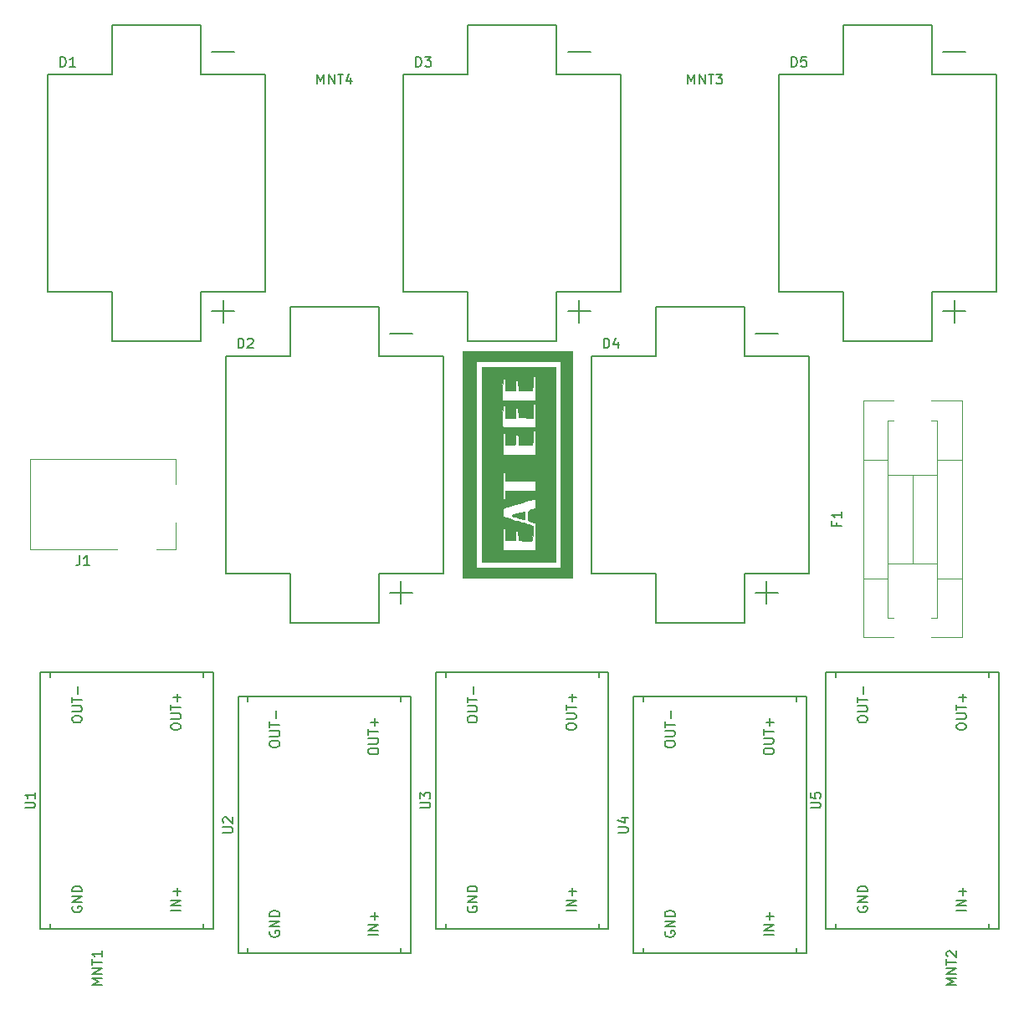
<source format=gbr>
G04 #@! TF.GenerationSoftware,KiCad,Pcbnew,(5.0.0)*
G04 #@! TF.CreationDate,2020-03-19T16:58:16-04:00*
G04 #@! TF.ProjectId,Grow_Lamp,47726F775F4C616D702E6B696361645F,rev?*
G04 #@! TF.SameCoordinates,Original*
G04 #@! TF.FileFunction,Legend,Top*
G04 #@! TF.FilePolarity,Positive*
%FSLAX46Y46*%
G04 Gerber Fmt 4.6, Leading zero omitted, Abs format (unit mm)*
G04 Created by KiCad (PCBNEW (5.0.0)) date 03/19/20 16:58:16*
%MOMM*%
%LPD*%
G01*
G04 APERTURE LIST*
%ADD10C,0.200000*%
%ADD11C,0.100000*%
%ADD12C,0.120000*%
%ADD13C,0.010000*%
%ADD14C,0.150000*%
G04 APERTURE END LIST*
D10*
G04 #@! TO.C,D1*
X107500000Y-88500000D02*
X107500000Y-83500000D01*
X99750000Y-88500000D02*
X107500000Y-88500000D01*
X98500000Y-88500000D02*
X99750000Y-88500000D01*
X98500000Y-84000000D02*
X98500000Y-88500000D01*
X98500000Y-83500000D02*
X98500000Y-84000000D01*
X93000000Y-83500000D02*
X98500000Y-83500000D01*
X92000000Y-83500000D02*
X93000000Y-83500000D01*
X92000000Y-62250000D02*
X92000000Y-83500000D01*
X92000000Y-61500000D02*
X92000000Y-62250000D01*
X98500000Y-61500000D02*
X92000000Y-61500000D01*
X98500000Y-57500000D02*
X98500000Y-61500000D01*
X98500000Y-56500000D02*
X98500000Y-57500000D01*
X107500000Y-56500000D02*
X98500000Y-56500000D01*
X107500000Y-61500000D02*
X107500000Y-56500000D01*
X114000000Y-61500000D02*
X107500000Y-61500000D01*
X114000000Y-83500000D02*
X114000000Y-61500000D01*
X107500000Y-83500000D02*
X114000000Y-83500000D01*
D11*
X106750000Y-88500000D02*
X107500000Y-88500000D01*
G04 #@! TO.C,D2*
X124750000Y-117000000D02*
X125500000Y-117000000D01*
D10*
X125500000Y-112000000D02*
X132000000Y-112000000D01*
X132000000Y-112000000D02*
X132000000Y-90000000D01*
X132000000Y-90000000D02*
X125500000Y-90000000D01*
X125500000Y-90000000D02*
X125500000Y-85000000D01*
X125500000Y-85000000D02*
X116500000Y-85000000D01*
X116500000Y-85000000D02*
X116500000Y-86000000D01*
X116500000Y-86000000D02*
X116500000Y-90000000D01*
X116500000Y-90000000D02*
X110000000Y-90000000D01*
X110000000Y-90000000D02*
X110000000Y-90750000D01*
X110000000Y-90750000D02*
X110000000Y-112000000D01*
X110000000Y-112000000D02*
X111000000Y-112000000D01*
X111000000Y-112000000D02*
X116500000Y-112000000D01*
X116500000Y-112000000D02*
X116500000Y-112500000D01*
X116500000Y-112500000D02*
X116500000Y-117000000D01*
X116500000Y-117000000D02*
X117750000Y-117000000D01*
X117750000Y-117000000D02*
X125500000Y-117000000D01*
X125500000Y-117000000D02*
X125500000Y-112000000D01*
G04 #@! TO.C,D3*
X143500000Y-88500000D02*
X143500000Y-83500000D01*
X135750000Y-88500000D02*
X143500000Y-88500000D01*
X134500000Y-88500000D02*
X135750000Y-88500000D01*
X134500000Y-84000000D02*
X134500000Y-88500000D01*
X134500000Y-83500000D02*
X134500000Y-84000000D01*
X129000000Y-83500000D02*
X134500000Y-83500000D01*
X128000000Y-83500000D02*
X129000000Y-83500000D01*
X128000000Y-62250000D02*
X128000000Y-83500000D01*
X128000000Y-61500000D02*
X128000000Y-62250000D01*
X134500000Y-61500000D02*
X128000000Y-61500000D01*
X134500000Y-57500000D02*
X134500000Y-61500000D01*
X134500000Y-56500000D02*
X134500000Y-57500000D01*
X143500000Y-56500000D02*
X134500000Y-56500000D01*
X143500000Y-61500000D02*
X143500000Y-56500000D01*
X150000000Y-61500000D02*
X143500000Y-61500000D01*
X150000000Y-83500000D02*
X150000000Y-61500000D01*
X143500000Y-83500000D02*
X150000000Y-83500000D01*
D11*
X142750000Y-88500000D02*
X143500000Y-88500000D01*
G04 #@! TO.C,D4*
X161750000Y-117000000D02*
X162500000Y-117000000D01*
D10*
X162500000Y-112000000D02*
X169000000Y-112000000D01*
X169000000Y-112000000D02*
X169000000Y-90000000D01*
X169000000Y-90000000D02*
X162500000Y-90000000D01*
X162500000Y-90000000D02*
X162500000Y-85000000D01*
X162500000Y-85000000D02*
X153500000Y-85000000D01*
X153500000Y-85000000D02*
X153500000Y-86000000D01*
X153500000Y-86000000D02*
X153500000Y-90000000D01*
X153500000Y-90000000D02*
X147000000Y-90000000D01*
X147000000Y-90000000D02*
X147000000Y-90750000D01*
X147000000Y-90750000D02*
X147000000Y-112000000D01*
X147000000Y-112000000D02*
X148000000Y-112000000D01*
X148000000Y-112000000D02*
X153500000Y-112000000D01*
X153500000Y-112000000D02*
X153500000Y-112500000D01*
X153500000Y-112500000D02*
X153500000Y-117000000D01*
X153500000Y-117000000D02*
X154750000Y-117000000D01*
X154750000Y-117000000D02*
X162500000Y-117000000D01*
X162500000Y-117000000D02*
X162500000Y-112000000D01*
G04 #@! TO.C,U1*
X107750000Y-122250000D02*
X107750000Y-122500000D01*
X92250000Y-122250000D02*
X92250000Y-122500000D01*
X92250000Y-148000000D02*
X92250000Y-147500000D01*
X107750000Y-148000000D02*
X107750000Y-147500000D01*
X107750000Y-122000000D02*
X107750000Y-122250000D01*
X91250000Y-135000000D02*
X91250000Y-148000000D01*
X91250000Y-148000000D02*
X100000000Y-148000000D01*
X108750000Y-135000000D02*
X108750000Y-148000000D01*
X100000000Y-148000000D02*
X108750000Y-148000000D01*
X108750000Y-122000000D02*
X108750000Y-135000000D01*
X100000000Y-122000000D02*
X108750000Y-122000000D01*
X92250000Y-122000000D02*
X92250000Y-122250000D01*
X91250000Y-122000000D02*
X100000000Y-122000000D01*
X91250000Y-122000000D02*
X91250000Y-135000000D01*
X91250000Y-135000000D02*
X91250000Y-134500000D01*
G04 #@! TO.C,U2*
X111250000Y-137500000D02*
X111250000Y-137000000D01*
X111250000Y-124500000D02*
X111250000Y-137500000D01*
X111250000Y-124500000D02*
X120000000Y-124500000D01*
X112250000Y-124500000D02*
X112250000Y-124750000D01*
X120000000Y-124500000D02*
X128750000Y-124500000D01*
X128750000Y-124500000D02*
X128750000Y-137500000D01*
X120000000Y-150500000D02*
X128750000Y-150500000D01*
X128750000Y-137500000D02*
X128750000Y-150500000D01*
X111250000Y-150500000D02*
X120000000Y-150500000D01*
X111250000Y-137500000D02*
X111250000Y-150500000D01*
X127750000Y-124500000D02*
X127750000Y-124750000D01*
X127750000Y-150500000D02*
X127750000Y-150000000D01*
X112250000Y-150500000D02*
X112250000Y-150000000D01*
X112250000Y-124750000D02*
X112250000Y-125000000D01*
X127750000Y-124750000D02*
X127750000Y-125000000D01*
G04 #@! TO.C,U3*
X147750000Y-122250000D02*
X147750000Y-122500000D01*
X132250000Y-122250000D02*
X132250000Y-122500000D01*
X132250000Y-148000000D02*
X132250000Y-147500000D01*
X147750000Y-148000000D02*
X147750000Y-147500000D01*
X147750000Y-122000000D02*
X147750000Y-122250000D01*
X131250000Y-135000000D02*
X131250000Y-148000000D01*
X131250000Y-148000000D02*
X140000000Y-148000000D01*
X148750000Y-135000000D02*
X148750000Y-148000000D01*
X140000000Y-148000000D02*
X148750000Y-148000000D01*
X148750000Y-122000000D02*
X148750000Y-135000000D01*
X140000000Y-122000000D02*
X148750000Y-122000000D01*
X132250000Y-122000000D02*
X132250000Y-122250000D01*
X131250000Y-122000000D02*
X140000000Y-122000000D01*
X131250000Y-122000000D02*
X131250000Y-135000000D01*
X131250000Y-135000000D02*
X131250000Y-134500000D01*
G04 #@! TO.C,U4*
X151250000Y-137500000D02*
X151250000Y-137000000D01*
X151250000Y-124500000D02*
X151250000Y-137500000D01*
X151250000Y-124500000D02*
X160000000Y-124500000D01*
X152250000Y-124500000D02*
X152250000Y-124750000D01*
X160000000Y-124500000D02*
X168750000Y-124500000D01*
X168750000Y-124500000D02*
X168750000Y-137500000D01*
X160000000Y-150500000D02*
X168750000Y-150500000D01*
X168750000Y-137500000D02*
X168750000Y-150500000D01*
X151250000Y-150500000D02*
X160000000Y-150500000D01*
X151250000Y-137500000D02*
X151250000Y-150500000D01*
X167750000Y-124500000D02*
X167750000Y-124750000D01*
X167750000Y-150500000D02*
X167750000Y-150000000D01*
X152250000Y-150500000D02*
X152250000Y-150000000D01*
X152250000Y-124750000D02*
X152250000Y-125000000D01*
X167750000Y-124750000D02*
X167750000Y-125000000D01*
G04 #@! TO.C,D5*
X181500000Y-88500000D02*
X181500000Y-83500000D01*
X173750000Y-88500000D02*
X181500000Y-88500000D01*
X172500000Y-88500000D02*
X173750000Y-88500000D01*
X172500000Y-84000000D02*
X172500000Y-88500000D01*
X172500000Y-83500000D02*
X172500000Y-84000000D01*
X167000000Y-83500000D02*
X172500000Y-83500000D01*
X166000000Y-83500000D02*
X167000000Y-83500000D01*
X166000000Y-62250000D02*
X166000000Y-83500000D01*
X166000000Y-61500000D02*
X166000000Y-62250000D01*
X172500000Y-61500000D02*
X166000000Y-61500000D01*
X172500000Y-57500000D02*
X172500000Y-61500000D01*
X172500000Y-56500000D02*
X172500000Y-57500000D01*
X181500000Y-56500000D02*
X172500000Y-56500000D01*
X181500000Y-61500000D02*
X181500000Y-56500000D01*
X188000000Y-61500000D02*
X181500000Y-61500000D01*
X188000000Y-83500000D02*
X188000000Y-61500000D01*
X181500000Y-83500000D02*
X188000000Y-83500000D01*
D11*
X180750000Y-88500000D02*
X181500000Y-88500000D01*
D12*
G04 #@! TO.C,F1*
X174500000Y-118500000D02*
X177600000Y-118500000D01*
X174500000Y-94500000D02*
X174500000Y-118500000D01*
X184500000Y-94500000D02*
X181400000Y-94500000D01*
X184500000Y-118500000D02*
X184500000Y-94500000D01*
X181400000Y-118500000D02*
X184500000Y-118500000D01*
X177600000Y-94500000D02*
X174500000Y-94500000D01*
X177000000Y-116500000D02*
X177600000Y-116500000D01*
X177000000Y-96500000D02*
X177000000Y-116500000D01*
X182000000Y-96500000D02*
X181400000Y-96500000D01*
X182000000Y-116500000D02*
X182000000Y-96500000D01*
X181400000Y-116500000D02*
X182000000Y-116500000D01*
X177600000Y-96500000D02*
X177000000Y-96500000D01*
X177000000Y-102000000D02*
X182000000Y-102000000D01*
X177000000Y-111000000D02*
X182000000Y-111000000D01*
X179500000Y-111000000D02*
X179500000Y-102000000D01*
X174500000Y-100500000D02*
X177000000Y-100500000D01*
X184500000Y-100500000D02*
X182000000Y-100500000D01*
X184500000Y-112500000D02*
X182000000Y-112500000D01*
X177000000Y-112500000D02*
X174500000Y-112500000D01*
G04 #@! TO.C,J1*
X104900000Y-100400000D02*
X104900000Y-103000000D01*
X90200000Y-100400000D02*
X104900000Y-100400000D01*
X104900000Y-109600000D02*
X103000000Y-109600000D01*
X104900000Y-106900000D02*
X104900000Y-109600000D01*
X90200000Y-109600000D02*
X90200000Y-100400000D01*
X99000000Y-109600000D02*
X90200000Y-109600000D01*
D10*
G04 #@! TO.C,U5*
X187250000Y-122250000D02*
X187250000Y-122500000D01*
X171750000Y-122250000D02*
X171750000Y-122500000D01*
X171750000Y-148000000D02*
X171750000Y-147500000D01*
X187250000Y-148000000D02*
X187250000Y-147500000D01*
X187250000Y-122000000D02*
X187250000Y-122250000D01*
X170750000Y-135000000D02*
X170750000Y-148000000D01*
X170750000Y-148000000D02*
X179500000Y-148000000D01*
X188250000Y-135000000D02*
X188250000Y-148000000D01*
X179500000Y-148000000D02*
X188250000Y-148000000D01*
X188250000Y-122000000D02*
X188250000Y-135000000D01*
X179500000Y-122000000D02*
X188250000Y-122000000D01*
X171750000Y-122000000D02*
X171750000Y-122250000D01*
X170750000Y-122000000D02*
X179500000Y-122000000D01*
X170750000Y-122000000D02*
X170750000Y-135000000D01*
X170750000Y-135000000D02*
X170750000Y-134500000D01*
D13*
G04 #@! TO.C,G\002A\002A\002A*
G36*
X138974224Y-106096614D02*
X139074693Y-106045907D01*
X139254371Y-105989481D01*
X139336129Y-105968013D01*
X139536023Y-105917344D01*
X139735465Y-105866795D01*
X139901486Y-105824722D01*
X139950645Y-105812266D01*
X140100163Y-105774834D01*
X140195621Y-105762072D01*
X140249102Y-105786030D01*
X140272690Y-105858755D01*
X140278470Y-105992295D01*
X140278387Y-106139034D01*
X140274616Y-106309056D01*
X140264494Y-106446341D01*
X140249805Y-106531575D01*
X140240489Y-106549232D01*
X140177142Y-106553231D01*
X140107344Y-106533867D01*
X140060776Y-106516306D01*
X139991942Y-106493184D01*
X139890581Y-106461374D01*
X139746430Y-106417748D01*
X139549230Y-106359180D01*
X139288719Y-106282542D01*
X139131290Y-106236404D01*
X139004200Y-106189664D01*
X138951285Y-106143800D01*
X138974224Y-106096614D01*
X138974224Y-106096614D01*
G37*
X138974224Y-106096614D02*
X139074693Y-106045907D01*
X139254371Y-105989481D01*
X139336129Y-105968013D01*
X139536023Y-105917344D01*
X139735465Y-105866795D01*
X139901486Y-105824722D01*
X139950645Y-105812266D01*
X140100163Y-105774834D01*
X140195621Y-105762072D01*
X140249102Y-105786030D01*
X140272690Y-105858755D01*
X140278470Y-105992295D01*
X140278387Y-106139034D01*
X140274616Y-106309056D01*
X140264494Y-106446341D01*
X140249805Y-106531575D01*
X140240489Y-106549232D01*
X140177142Y-106553231D01*
X140107344Y-106533867D01*
X140060776Y-106516306D01*
X139991942Y-106493184D01*
X139890581Y-106461374D01*
X139746430Y-106417748D01*
X139549230Y-106359180D01*
X139288719Y-106282542D01*
X139131290Y-106236404D01*
X139004200Y-106189664D01*
X138951285Y-106143800D01*
X138974224Y-106096614D01*
G36*
X135895008Y-99756749D02*
X135895516Y-98614011D01*
X135896363Y-97551433D01*
X135897547Y-96569146D01*
X135899068Y-95667280D01*
X135900926Y-94845965D01*
X135903120Y-94105333D01*
X135905650Y-93445513D01*
X135908514Y-92866636D01*
X135911713Y-92368833D01*
X135915246Y-91952233D01*
X135919112Y-91616967D01*
X135923311Y-91363166D01*
X135927842Y-91190960D01*
X135932704Y-91100480D01*
X135935806Y-91085473D01*
X136177037Y-91083954D01*
X136473309Y-91082831D01*
X136817700Y-91082081D01*
X137203286Y-91081685D01*
X137623144Y-91081620D01*
X138070352Y-91081866D01*
X138537987Y-91082403D01*
X139019124Y-91083208D01*
X139506842Y-91084260D01*
X139994217Y-91085540D01*
X140474327Y-91087025D01*
X140940247Y-91088695D01*
X141385056Y-91090528D01*
X141801829Y-91092503D01*
X142183645Y-91094600D01*
X142523579Y-91096797D01*
X142814710Y-91099073D01*
X143050113Y-91101408D01*
X143222867Y-91103780D01*
X143326047Y-91106167D01*
X143353799Y-91108041D01*
X143357770Y-91150809D01*
X143361525Y-91271192D01*
X143365066Y-91464869D01*
X143368391Y-91727521D01*
X143371501Y-92054828D01*
X143374397Y-92442468D01*
X143377077Y-92886122D01*
X143379543Y-93381469D01*
X143381793Y-93924190D01*
X143383828Y-94509964D01*
X143385649Y-95134471D01*
X143387254Y-95793390D01*
X143388644Y-96482401D01*
X143389819Y-97197185D01*
X143390779Y-97933420D01*
X143391525Y-98686787D01*
X143392055Y-99452965D01*
X143392370Y-100227634D01*
X143392470Y-101006474D01*
X143392355Y-101785165D01*
X143392025Y-102559386D01*
X143391480Y-103324817D01*
X143390720Y-104077138D01*
X143389745Y-104812029D01*
X143388555Y-105525169D01*
X143387150Y-106212238D01*
X143385530Y-106868916D01*
X143383694Y-107490882D01*
X143381644Y-108073817D01*
X143379379Y-108613400D01*
X143376899Y-109105312D01*
X143374204Y-109545230D01*
X143371293Y-109928837D01*
X143368168Y-110251810D01*
X143364828Y-110509830D01*
X143361272Y-110698577D01*
X143357502Y-110813731D01*
X143353799Y-110850993D01*
X143310137Y-110853378D01*
X143191463Y-110855764D01*
X143004699Y-110858130D01*
X142756769Y-110860453D01*
X142454595Y-110862715D01*
X142105101Y-110864892D01*
X141715210Y-110866965D01*
X141384516Y-110868485D01*
X141384516Y-109686071D01*
X141384516Y-106909296D01*
X141271855Y-106868531D01*
X141170872Y-106834793D01*
X141027261Y-106790067D01*
X140913387Y-106756148D01*
X140779418Y-106711465D01*
X140678561Y-106667390D01*
X140637482Y-106638314D01*
X140620134Y-106570852D01*
X140609433Y-106446028D01*
X140604970Y-106284335D01*
X140606337Y-106106269D01*
X140613126Y-105932322D01*
X140624928Y-105782988D01*
X140641334Y-105678762D01*
X140657339Y-105641751D01*
X140746694Y-105598493D01*
X140914748Y-105543457D01*
X141159226Y-105477370D01*
X141210403Y-105464548D01*
X141384516Y-105421359D01*
X141384516Y-104954226D01*
X141381538Y-104766850D01*
X141373450Y-104611216D01*
X141361526Y-104504612D01*
X141348519Y-104464847D01*
X141296377Y-104466392D01*
X141184261Y-104488232D01*
X141030458Y-104526389D01*
X140908116Y-104560583D01*
X140702625Y-104619897D01*
X140451562Y-104691413D01*
X140188366Y-104765650D01*
X139971129Y-104826293D01*
X139757654Y-104885541D01*
X139557863Y-104941054D01*
X139392684Y-104987012D01*
X139283044Y-105017597D01*
X139274677Y-105019940D01*
X139026824Y-105089258D01*
X138837247Y-105141923D01*
X138685390Y-105183618D01*
X138557742Y-105218134D01*
X138396369Y-105266152D01*
X138226292Y-105323479D01*
X138189032Y-105337195D01*
X138004677Y-105406779D01*
X138004677Y-104502742D01*
X138291452Y-104502742D01*
X138311935Y-104093065D01*
X138332419Y-103683388D01*
X139807258Y-103673883D01*
X140148341Y-103671674D01*
X140464374Y-103669606D01*
X140745786Y-103667744D01*
X140983009Y-103666151D01*
X141166475Y-103664892D01*
X141286613Y-103664031D01*
X141333306Y-103663641D01*
X141356051Y-103640614D01*
X141371522Y-103566151D01*
X141380641Y-103431022D01*
X141384330Y-103226001D01*
X141384516Y-103151306D01*
X141384516Y-102639707D01*
X141384516Y-94486130D01*
X141384516Y-92064087D01*
X141077258Y-92089517D01*
X141056774Y-92785968D01*
X141036290Y-93482420D01*
X139643387Y-93482420D01*
X139602419Y-92499194D01*
X139315645Y-92499194D01*
X139274677Y-93482420D01*
X138332419Y-93482420D01*
X138311935Y-92888388D01*
X138291452Y-92294355D01*
X138004677Y-92294355D01*
X137993766Y-93390242D01*
X137982855Y-94486130D01*
X141384516Y-94486130D01*
X141384516Y-102639707D01*
X140338290Y-102632344D01*
X140338290Y-100009663D01*
X140639587Y-100009428D01*
X140898035Y-100008217D01*
X141104594Y-100006080D01*
X141250221Y-100003067D01*
X141325874Y-99999225D01*
X141333859Y-99997818D01*
X141349322Y-99974722D01*
X141361177Y-99913863D01*
X141369671Y-99807907D01*
X141375050Y-99649521D01*
X141377561Y-99431371D01*
X141377450Y-99146125D01*
X141374966Y-98786448D01*
X141374895Y-98778548D01*
X141364032Y-97579194D01*
X141077258Y-97579194D01*
X141065987Y-98273864D01*
X141060262Y-98504125D01*
X141051497Y-98704798D01*
X141040603Y-98861989D01*
X141028492Y-98961804D01*
X141018942Y-98990799D01*
X140967792Y-98997084D01*
X140849298Y-99000186D01*
X140677988Y-99000069D01*
X140468394Y-98996696D01*
X140313277Y-98992581D01*
X139684355Y-98973350D01*
X139684355Y-97232431D01*
X140041445Y-97232413D01*
X140373311Y-97232362D01*
X140670926Y-97232282D01*
X140925261Y-97232176D01*
X141127287Y-97232049D01*
X141267977Y-97231904D01*
X141338301Y-97231746D01*
X141344167Y-97231700D01*
X141357509Y-97190661D01*
X141367422Y-97068711D01*
X141373882Y-96866801D01*
X141376864Y-96585884D01*
X141376344Y-96226913D01*
X141374893Y-96032662D01*
X141364032Y-94834355D01*
X141077258Y-94834355D01*
X141066045Y-95542012D01*
X141054831Y-96249669D01*
X139643387Y-96227259D01*
X139602419Y-95244033D01*
X139315645Y-95244033D01*
X139304142Y-95745888D01*
X139292639Y-96247742D01*
X138314126Y-96247742D01*
X138291452Y-95039194D01*
X138004677Y-95039194D01*
X137993766Y-96135081D01*
X137991577Y-96510525D01*
X137993228Y-96808777D01*
X137998686Y-97028738D01*
X138007922Y-97169306D01*
X138020904Y-97229382D01*
X138024492Y-97231700D01*
X138073390Y-97231861D01*
X138195195Y-97232009D01*
X138380877Y-97232142D01*
X138621409Y-97232254D01*
X138907760Y-97232342D01*
X139230904Y-97232402D01*
X139581809Y-97232430D01*
X139684355Y-97232431D01*
X139684355Y-98973350D01*
X139643387Y-98972097D01*
X139631849Y-98491182D01*
X139626322Y-98286497D01*
X139619244Y-98149184D01*
X139607363Y-98064693D01*
X139587427Y-98018478D01*
X139556187Y-97995990D01*
X139518656Y-97984752D01*
X139431217Y-97972916D01*
X139369517Y-97995300D01*
X139329329Y-98062156D01*
X139306423Y-98183732D01*
X139296570Y-98370278D01*
X139295161Y-98526468D01*
X139291710Y-98733870D01*
X139281962Y-98887177D01*
X139266830Y-98975985D01*
X139254193Y-98994220D01*
X139197909Y-98994915D01*
X139079422Y-98995464D01*
X138918466Y-98995794D01*
X138803548Y-98995859D01*
X138625904Y-98995703D01*
X138478235Y-98995284D01*
X138380274Y-98994673D01*
X138352903Y-98994220D01*
X138335817Y-98953875D01*
X138322908Y-98839726D01*
X138314755Y-98659828D01*
X138311935Y-98424049D01*
X138309679Y-98172321D01*
X138300587Y-97991766D01*
X138281176Y-97871689D01*
X138247963Y-97801397D01*
X138197465Y-97770195D01*
X138126198Y-97767389D01*
X138099110Y-97770646D01*
X138004677Y-97784033D01*
X138004677Y-99996291D01*
X139643319Y-100007012D01*
X140003187Y-100008874D01*
X140338290Y-100009663D01*
X140338290Y-102632344D01*
X139858468Y-102628967D01*
X138332419Y-102618226D01*
X138311935Y-102208549D01*
X138291452Y-101798871D01*
X138004677Y-101798871D01*
X138004677Y-104502742D01*
X138004677Y-105406779D01*
X138004677Y-106257527D01*
X138168548Y-106308093D01*
X138285313Y-106343683D01*
X138449982Y-106393326D01*
X138631903Y-106447791D01*
X138680645Y-106462316D01*
X138857108Y-106514986D01*
X139083447Y-106582746D01*
X139331091Y-106657034D01*
X139571468Y-106729286D01*
X139581935Y-106732437D01*
X139885689Y-106823791D01*
X140128994Y-106896772D01*
X140329827Y-106956737D01*
X140506164Y-107009040D01*
X140675981Y-107059037D01*
X140807695Y-107097604D01*
X141070713Y-107174482D01*
X141060930Y-107907483D01*
X141056124Y-108145077D01*
X141048796Y-108354146D01*
X141039678Y-108520964D01*
X141029501Y-108631803D01*
X141020137Y-108672259D01*
X140970660Y-108682251D01*
X140853648Y-108689567D01*
X140683470Y-108693789D01*
X140474497Y-108694501D01*
X140316257Y-108692743D01*
X139643387Y-108681452D01*
X139602419Y-107698226D01*
X139315645Y-107698226D01*
X139274677Y-108681452D01*
X138332419Y-108681452D01*
X138311935Y-108087420D01*
X138291452Y-107493388D01*
X138004677Y-107493388D01*
X138004677Y-109664678D01*
X139694597Y-109675374D01*
X141384516Y-109686071D01*
X141384516Y-110868485D01*
X141291845Y-110868911D01*
X140841929Y-110870711D01*
X140372385Y-110872343D01*
X139890135Y-110873786D01*
X139402104Y-110875018D01*
X138915213Y-110876020D01*
X138436387Y-110876769D01*
X137972548Y-110877245D01*
X137530618Y-110877426D01*
X137117522Y-110877292D01*
X136740183Y-110876822D01*
X136405522Y-110875994D01*
X136120464Y-110874788D01*
X135935806Y-110873560D01*
X135930743Y-110832572D01*
X135926011Y-110709779D01*
X135921611Y-110505313D01*
X135917544Y-110219303D01*
X135913810Y-109851879D01*
X135910409Y-109403173D01*
X135907342Y-108873315D01*
X135904610Y-108262435D01*
X135902213Y-107570664D01*
X135900152Y-106798132D01*
X135898427Y-105944969D01*
X135897039Y-105011307D01*
X135895988Y-103997274D01*
X135895275Y-102903003D01*
X135894901Y-101728623D01*
X135894839Y-100979517D01*
X135895008Y-99756749D01*
X135895008Y-99756749D01*
G37*
X135895008Y-99756749D02*
X135895516Y-98614011D01*
X135896363Y-97551433D01*
X135897547Y-96569146D01*
X135899068Y-95667280D01*
X135900926Y-94845965D01*
X135903120Y-94105333D01*
X135905650Y-93445513D01*
X135908514Y-92866636D01*
X135911713Y-92368833D01*
X135915246Y-91952233D01*
X135919112Y-91616967D01*
X135923311Y-91363166D01*
X135927842Y-91190960D01*
X135932704Y-91100480D01*
X135935806Y-91085473D01*
X136177037Y-91083954D01*
X136473309Y-91082831D01*
X136817700Y-91082081D01*
X137203286Y-91081685D01*
X137623144Y-91081620D01*
X138070352Y-91081866D01*
X138537987Y-91082403D01*
X139019124Y-91083208D01*
X139506842Y-91084260D01*
X139994217Y-91085540D01*
X140474327Y-91087025D01*
X140940247Y-91088695D01*
X141385056Y-91090528D01*
X141801829Y-91092503D01*
X142183645Y-91094600D01*
X142523579Y-91096797D01*
X142814710Y-91099073D01*
X143050113Y-91101408D01*
X143222867Y-91103780D01*
X143326047Y-91106167D01*
X143353799Y-91108041D01*
X143357770Y-91150809D01*
X143361525Y-91271192D01*
X143365066Y-91464869D01*
X143368391Y-91727521D01*
X143371501Y-92054828D01*
X143374397Y-92442468D01*
X143377077Y-92886122D01*
X143379543Y-93381469D01*
X143381793Y-93924190D01*
X143383828Y-94509964D01*
X143385649Y-95134471D01*
X143387254Y-95793390D01*
X143388644Y-96482401D01*
X143389819Y-97197185D01*
X143390779Y-97933420D01*
X143391525Y-98686787D01*
X143392055Y-99452965D01*
X143392370Y-100227634D01*
X143392470Y-101006474D01*
X143392355Y-101785165D01*
X143392025Y-102559386D01*
X143391480Y-103324817D01*
X143390720Y-104077138D01*
X143389745Y-104812029D01*
X143388555Y-105525169D01*
X143387150Y-106212238D01*
X143385530Y-106868916D01*
X143383694Y-107490882D01*
X143381644Y-108073817D01*
X143379379Y-108613400D01*
X143376899Y-109105312D01*
X143374204Y-109545230D01*
X143371293Y-109928837D01*
X143368168Y-110251810D01*
X143364828Y-110509830D01*
X143361272Y-110698577D01*
X143357502Y-110813731D01*
X143353799Y-110850993D01*
X143310137Y-110853378D01*
X143191463Y-110855764D01*
X143004699Y-110858130D01*
X142756769Y-110860453D01*
X142454595Y-110862715D01*
X142105101Y-110864892D01*
X141715210Y-110866965D01*
X141384516Y-110868485D01*
X141384516Y-109686071D01*
X141384516Y-106909296D01*
X141271855Y-106868531D01*
X141170872Y-106834793D01*
X141027261Y-106790067D01*
X140913387Y-106756148D01*
X140779418Y-106711465D01*
X140678561Y-106667390D01*
X140637482Y-106638314D01*
X140620134Y-106570852D01*
X140609433Y-106446028D01*
X140604970Y-106284335D01*
X140606337Y-106106269D01*
X140613126Y-105932322D01*
X140624928Y-105782988D01*
X140641334Y-105678762D01*
X140657339Y-105641751D01*
X140746694Y-105598493D01*
X140914748Y-105543457D01*
X141159226Y-105477370D01*
X141210403Y-105464548D01*
X141384516Y-105421359D01*
X141384516Y-104954226D01*
X141381538Y-104766850D01*
X141373450Y-104611216D01*
X141361526Y-104504612D01*
X141348519Y-104464847D01*
X141296377Y-104466392D01*
X141184261Y-104488232D01*
X141030458Y-104526389D01*
X140908116Y-104560583D01*
X140702625Y-104619897D01*
X140451562Y-104691413D01*
X140188366Y-104765650D01*
X139971129Y-104826293D01*
X139757654Y-104885541D01*
X139557863Y-104941054D01*
X139392684Y-104987012D01*
X139283044Y-105017597D01*
X139274677Y-105019940D01*
X139026824Y-105089258D01*
X138837247Y-105141923D01*
X138685390Y-105183618D01*
X138557742Y-105218134D01*
X138396369Y-105266152D01*
X138226292Y-105323479D01*
X138189032Y-105337195D01*
X138004677Y-105406779D01*
X138004677Y-104502742D01*
X138291452Y-104502742D01*
X138311935Y-104093065D01*
X138332419Y-103683388D01*
X139807258Y-103673883D01*
X140148341Y-103671674D01*
X140464374Y-103669606D01*
X140745786Y-103667744D01*
X140983009Y-103666151D01*
X141166475Y-103664892D01*
X141286613Y-103664031D01*
X141333306Y-103663641D01*
X141356051Y-103640614D01*
X141371522Y-103566151D01*
X141380641Y-103431022D01*
X141384330Y-103226001D01*
X141384516Y-103151306D01*
X141384516Y-102639707D01*
X141384516Y-94486130D01*
X141384516Y-92064087D01*
X141077258Y-92089517D01*
X141056774Y-92785968D01*
X141036290Y-93482420D01*
X139643387Y-93482420D01*
X139602419Y-92499194D01*
X139315645Y-92499194D01*
X139274677Y-93482420D01*
X138332419Y-93482420D01*
X138311935Y-92888388D01*
X138291452Y-92294355D01*
X138004677Y-92294355D01*
X137993766Y-93390242D01*
X137982855Y-94486130D01*
X141384516Y-94486130D01*
X141384516Y-102639707D01*
X140338290Y-102632344D01*
X140338290Y-100009663D01*
X140639587Y-100009428D01*
X140898035Y-100008217D01*
X141104594Y-100006080D01*
X141250221Y-100003067D01*
X141325874Y-99999225D01*
X141333859Y-99997818D01*
X141349322Y-99974722D01*
X141361177Y-99913863D01*
X141369671Y-99807907D01*
X141375050Y-99649521D01*
X141377561Y-99431371D01*
X141377450Y-99146125D01*
X141374966Y-98786448D01*
X141374895Y-98778548D01*
X141364032Y-97579194D01*
X141077258Y-97579194D01*
X141065987Y-98273864D01*
X141060262Y-98504125D01*
X141051497Y-98704798D01*
X141040603Y-98861989D01*
X141028492Y-98961804D01*
X141018942Y-98990799D01*
X140967792Y-98997084D01*
X140849298Y-99000186D01*
X140677988Y-99000069D01*
X140468394Y-98996696D01*
X140313277Y-98992581D01*
X139684355Y-98973350D01*
X139684355Y-97232431D01*
X140041445Y-97232413D01*
X140373311Y-97232362D01*
X140670926Y-97232282D01*
X140925261Y-97232176D01*
X141127287Y-97232049D01*
X141267977Y-97231904D01*
X141338301Y-97231746D01*
X141344167Y-97231700D01*
X141357509Y-97190661D01*
X141367422Y-97068711D01*
X141373882Y-96866801D01*
X141376864Y-96585884D01*
X141376344Y-96226913D01*
X141374893Y-96032662D01*
X141364032Y-94834355D01*
X141077258Y-94834355D01*
X141066045Y-95542012D01*
X141054831Y-96249669D01*
X139643387Y-96227259D01*
X139602419Y-95244033D01*
X139315645Y-95244033D01*
X139304142Y-95745888D01*
X139292639Y-96247742D01*
X138314126Y-96247742D01*
X138291452Y-95039194D01*
X138004677Y-95039194D01*
X137993766Y-96135081D01*
X137991577Y-96510525D01*
X137993228Y-96808777D01*
X137998686Y-97028738D01*
X138007922Y-97169306D01*
X138020904Y-97229382D01*
X138024492Y-97231700D01*
X138073390Y-97231861D01*
X138195195Y-97232009D01*
X138380877Y-97232142D01*
X138621409Y-97232254D01*
X138907760Y-97232342D01*
X139230904Y-97232402D01*
X139581809Y-97232430D01*
X139684355Y-97232431D01*
X139684355Y-98973350D01*
X139643387Y-98972097D01*
X139631849Y-98491182D01*
X139626322Y-98286497D01*
X139619244Y-98149184D01*
X139607363Y-98064693D01*
X139587427Y-98018478D01*
X139556187Y-97995990D01*
X139518656Y-97984752D01*
X139431217Y-97972916D01*
X139369517Y-97995300D01*
X139329329Y-98062156D01*
X139306423Y-98183732D01*
X139296570Y-98370278D01*
X139295161Y-98526468D01*
X139291710Y-98733870D01*
X139281962Y-98887177D01*
X139266830Y-98975985D01*
X139254193Y-98994220D01*
X139197909Y-98994915D01*
X139079422Y-98995464D01*
X138918466Y-98995794D01*
X138803548Y-98995859D01*
X138625904Y-98995703D01*
X138478235Y-98995284D01*
X138380274Y-98994673D01*
X138352903Y-98994220D01*
X138335817Y-98953875D01*
X138322908Y-98839726D01*
X138314755Y-98659828D01*
X138311935Y-98424049D01*
X138309679Y-98172321D01*
X138300587Y-97991766D01*
X138281176Y-97871689D01*
X138247963Y-97801397D01*
X138197465Y-97770195D01*
X138126198Y-97767389D01*
X138099110Y-97770646D01*
X138004677Y-97784033D01*
X138004677Y-99996291D01*
X139643319Y-100007012D01*
X140003187Y-100008874D01*
X140338290Y-100009663D01*
X140338290Y-102632344D01*
X139858468Y-102628967D01*
X138332419Y-102618226D01*
X138311935Y-102208549D01*
X138291452Y-101798871D01*
X138004677Y-101798871D01*
X138004677Y-104502742D01*
X138004677Y-105406779D01*
X138004677Y-106257527D01*
X138168548Y-106308093D01*
X138285313Y-106343683D01*
X138449982Y-106393326D01*
X138631903Y-106447791D01*
X138680645Y-106462316D01*
X138857108Y-106514986D01*
X139083447Y-106582746D01*
X139331091Y-106657034D01*
X139571468Y-106729286D01*
X139581935Y-106732437D01*
X139885689Y-106823791D01*
X140128994Y-106896772D01*
X140329827Y-106956737D01*
X140506164Y-107009040D01*
X140675981Y-107059037D01*
X140807695Y-107097604D01*
X141070713Y-107174482D01*
X141060930Y-107907483D01*
X141056124Y-108145077D01*
X141048796Y-108354146D01*
X141039678Y-108520964D01*
X141029501Y-108631803D01*
X141020137Y-108672259D01*
X140970660Y-108682251D01*
X140853648Y-108689567D01*
X140683470Y-108693789D01*
X140474497Y-108694501D01*
X140316257Y-108692743D01*
X139643387Y-108681452D01*
X139602419Y-107698226D01*
X139315645Y-107698226D01*
X139274677Y-108681452D01*
X138332419Y-108681452D01*
X138311935Y-108087420D01*
X138291452Y-107493388D01*
X138004677Y-107493388D01*
X138004677Y-109664678D01*
X139694597Y-109675374D01*
X141384516Y-109686071D01*
X141384516Y-110868485D01*
X141291845Y-110868911D01*
X140841929Y-110870711D01*
X140372385Y-110872343D01*
X139890135Y-110873786D01*
X139402104Y-110875018D01*
X138915213Y-110876020D01*
X138436387Y-110876769D01*
X137972548Y-110877245D01*
X137530618Y-110877426D01*
X137117522Y-110877292D01*
X136740183Y-110876822D01*
X136405522Y-110875994D01*
X136120464Y-110874788D01*
X135935806Y-110873560D01*
X135930743Y-110832572D01*
X135926011Y-110709779D01*
X135921611Y-110505313D01*
X135917544Y-110219303D01*
X135913810Y-109851879D01*
X135910409Y-109403173D01*
X135907342Y-108873315D01*
X135904610Y-108262435D01*
X135902213Y-107570664D01*
X135900152Y-106798132D01*
X135898427Y-105944969D01*
X135897039Y-105011307D01*
X135895988Y-103997274D01*
X135895275Y-102903003D01*
X135894901Y-101728623D01*
X135894839Y-100979517D01*
X135895008Y-99756749D01*
G36*
X145030645Y-89529033D02*
X145030645Y-112430000D01*
X141756070Y-112430000D01*
X141756070Y-111439478D01*
X142215358Y-111439162D01*
X142629989Y-111438479D01*
X142994487Y-111437440D01*
X143303372Y-111436058D01*
X143551166Y-111434344D01*
X143732390Y-111432308D01*
X143841566Y-111429964D01*
X143873386Y-111427860D01*
X143878927Y-111411419D01*
X143884048Y-111364785D01*
X143888758Y-111285414D01*
X143893068Y-111170762D01*
X143896988Y-111018282D01*
X143900527Y-110825432D01*
X143903695Y-110589666D01*
X143906503Y-110308440D01*
X143908960Y-109979210D01*
X143911077Y-109599431D01*
X143912863Y-109166557D01*
X143914328Y-108678046D01*
X143915483Y-108131352D01*
X143916337Y-107523930D01*
X143916899Y-106853237D01*
X143917182Y-106116727D01*
X143917193Y-105311856D01*
X143916943Y-104436080D01*
X143916443Y-103486854D01*
X143915701Y-102461633D01*
X143914729Y-101357873D01*
X143914353Y-100970530D01*
X143904032Y-90532742D01*
X135341774Y-90532742D01*
X135341774Y-111426291D01*
X139581935Y-111436847D01*
X140165060Y-111438112D01*
X140725443Y-111438965D01*
X141257606Y-111439416D01*
X141756070Y-111439478D01*
X141756070Y-112430000D01*
X134010323Y-112430000D01*
X134010323Y-89529033D01*
X145030645Y-89529033D01*
X145030645Y-89529033D01*
G37*
X145030645Y-89529033D02*
X145030645Y-112430000D01*
X141756070Y-112430000D01*
X141756070Y-111439478D01*
X142215358Y-111439162D01*
X142629989Y-111438479D01*
X142994487Y-111437440D01*
X143303372Y-111436058D01*
X143551166Y-111434344D01*
X143732390Y-111432308D01*
X143841566Y-111429964D01*
X143873386Y-111427860D01*
X143878927Y-111411419D01*
X143884048Y-111364785D01*
X143888758Y-111285414D01*
X143893068Y-111170762D01*
X143896988Y-111018282D01*
X143900527Y-110825432D01*
X143903695Y-110589666D01*
X143906503Y-110308440D01*
X143908960Y-109979210D01*
X143911077Y-109599431D01*
X143912863Y-109166557D01*
X143914328Y-108678046D01*
X143915483Y-108131352D01*
X143916337Y-107523930D01*
X143916899Y-106853237D01*
X143917182Y-106116727D01*
X143917193Y-105311856D01*
X143916943Y-104436080D01*
X143916443Y-103486854D01*
X143915701Y-102461633D01*
X143914729Y-101357873D01*
X143914353Y-100970530D01*
X143904032Y-90532742D01*
X135341774Y-90532742D01*
X135341774Y-111426291D01*
X139581935Y-111436847D01*
X140165060Y-111438112D01*
X140725443Y-111438965D01*
X141257606Y-111439416D01*
X141756070Y-111439478D01*
X141756070Y-112430000D01*
X134010323Y-112430000D01*
X134010323Y-89529033D01*
X145030645Y-89529033D01*
G04 #@! TO.C,D1*
D14*
X93261904Y-60702380D02*
X93261904Y-59702380D01*
X93500000Y-59702380D01*
X93642857Y-59750000D01*
X93738095Y-59845238D01*
X93785714Y-59940476D01*
X93833333Y-60130952D01*
X93833333Y-60273809D01*
X93785714Y-60464285D01*
X93738095Y-60559523D01*
X93642857Y-60654761D01*
X93500000Y-60702380D01*
X93261904Y-60702380D01*
X94785714Y-60702380D02*
X94214285Y-60702380D01*
X94500000Y-60702380D02*
X94500000Y-59702380D01*
X94404761Y-59845238D01*
X94309523Y-59940476D01*
X94214285Y-59988095D01*
X108607142Y-59214285D02*
X110892857Y-59214285D01*
X108607142Y-85464285D02*
X110892857Y-85464285D01*
X109750000Y-86607142D02*
X109750000Y-84321428D01*
G04 #@! TO.C,D2*
X111261904Y-89202380D02*
X111261904Y-88202380D01*
X111500000Y-88202380D01*
X111642857Y-88250000D01*
X111738095Y-88345238D01*
X111785714Y-88440476D01*
X111833333Y-88630952D01*
X111833333Y-88773809D01*
X111785714Y-88964285D01*
X111738095Y-89059523D01*
X111642857Y-89154761D01*
X111500000Y-89202380D01*
X111261904Y-89202380D01*
X112214285Y-88297619D02*
X112261904Y-88250000D01*
X112357142Y-88202380D01*
X112595238Y-88202380D01*
X112690476Y-88250000D01*
X112738095Y-88297619D01*
X112785714Y-88392857D01*
X112785714Y-88488095D01*
X112738095Y-88630952D01*
X112166666Y-89202380D01*
X112785714Y-89202380D01*
X126607142Y-113964285D02*
X128892857Y-113964285D01*
X127750000Y-115107142D02*
X127750000Y-112821428D01*
X126607142Y-87714285D02*
X128892857Y-87714285D01*
G04 #@! TO.C,D3*
X129261904Y-60702380D02*
X129261904Y-59702380D01*
X129500000Y-59702380D01*
X129642857Y-59750000D01*
X129738095Y-59845238D01*
X129785714Y-59940476D01*
X129833333Y-60130952D01*
X129833333Y-60273809D01*
X129785714Y-60464285D01*
X129738095Y-60559523D01*
X129642857Y-60654761D01*
X129500000Y-60702380D01*
X129261904Y-60702380D01*
X130166666Y-59702380D02*
X130785714Y-59702380D01*
X130452380Y-60083333D01*
X130595238Y-60083333D01*
X130690476Y-60130952D01*
X130738095Y-60178571D01*
X130785714Y-60273809D01*
X130785714Y-60511904D01*
X130738095Y-60607142D01*
X130690476Y-60654761D01*
X130595238Y-60702380D01*
X130309523Y-60702380D01*
X130214285Y-60654761D01*
X130166666Y-60607142D01*
X144607142Y-59214285D02*
X146892857Y-59214285D01*
X144607142Y-85464285D02*
X146892857Y-85464285D01*
X145750000Y-86607142D02*
X145750000Y-84321428D01*
G04 #@! TO.C,D4*
X148261904Y-89202380D02*
X148261904Y-88202380D01*
X148500000Y-88202380D01*
X148642857Y-88250000D01*
X148738095Y-88345238D01*
X148785714Y-88440476D01*
X148833333Y-88630952D01*
X148833333Y-88773809D01*
X148785714Y-88964285D01*
X148738095Y-89059523D01*
X148642857Y-89154761D01*
X148500000Y-89202380D01*
X148261904Y-89202380D01*
X149690476Y-88535714D02*
X149690476Y-89202380D01*
X149452380Y-88154761D02*
X149214285Y-88869047D01*
X149833333Y-88869047D01*
X163607142Y-113964285D02*
X165892857Y-113964285D01*
X164750000Y-115107142D02*
X164750000Y-112821428D01*
X163607142Y-87714285D02*
X165892857Y-87714285D01*
G04 #@! TO.C,U1*
X89702380Y-135761904D02*
X90511904Y-135761904D01*
X90607142Y-135714285D01*
X90654761Y-135666666D01*
X90702380Y-135571428D01*
X90702380Y-135380952D01*
X90654761Y-135285714D01*
X90607142Y-135238095D01*
X90511904Y-135190476D01*
X89702380Y-135190476D01*
X90702380Y-134190476D02*
X90702380Y-134761904D01*
X90702380Y-134476190D02*
X89702380Y-134476190D01*
X89845238Y-134571428D01*
X89940476Y-134666666D01*
X89988095Y-134761904D01*
X104452380Y-127619047D02*
X104452380Y-127428571D01*
X104500000Y-127333333D01*
X104595238Y-127238095D01*
X104785714Y-127190476D01*
X105119047Y-127190476D01*
X105309523Y-127238095D01*
X105404761Y-127333333D01*
X105452380Y-127428571D01*
X105452380Y-127619047D01*
X105404761Y-127714285D01*
X105309523Y-127809523D01*
X105119047Y-127857142D01*
X104785714Y-127857142D01*
X104595238Y-127809523D01*
X104500000Y-127714285D01*
X104452380Y-127619047D01*
X104452380Y-126761904D02*
X105261904Y-126761904D01*
X105357142Y-126714285D01*
X105404761Y-126666666D01*
X105452380Y-126571428D01*
X105452380Y-126380952D01*
X105404761Y-126285714D01*
X105357142Y-126238095D01*
X105261904Y-126190476D01*
X104452380Y-126190476D01*
X104452380Y-125857142D02*
X104452380Y-125285714D01*
X105452380Y-125571428D02*
X104452380Y-125571428D01*
X105071428Y-124952380D02*
X105071428Y-124190476D01*
X105452380Y-124571428D02*
X104690476Y-124571428D01*
X94452380Y-126869047D02*
X94452380Y-126678571D01*
X94500000Y-126583333D01*
X94595238Y-126488095D01*
X94785714Y-126440476D01*
X95119047Y-126440476D01*
X95309523Y-126488095D01*
X95404761Y-126583333D01*
X95452380Y-126678571D01*
X95452380Y-126869047D01*
X95404761Y-126964285D01*
X95309523Y-127059523D01*
X95119047Y-127107142D01*
X94785714Y-127107142D01*
X94595238Y-127059523D01*
X94500000Y-126964285D01*
X94452380Y-126869047D01*
X94452380Y-126011904D02*
X95261904Y-126011904D01*
X95357142Y-125964285D01*
X95404761Y-125916666D01*
X95452380Y-125821428D01*
X95452380Y-125630952D01*
X95404761Y-125535714D01*
X95357142Y-125488095D01*
X95261904Y-125440476D01*
X94452380Y-125440476D01*
X94452380Y-125107142D02*
X94452380Y-124535714D01*
X95452380Y-124821428D02*
X94452380Y-124821428D01*
X95071428Y-124202380D02*
X95071428Y-123440476D01*
X94500000Y-145761904D02*
X94452380Y-145857142D01*
X94452380Y-146000000D01*
X94500000Y-146142857D01*
X94595238Y-146238095D01*
X94690476Y-146285714D01*
X94880952Y-146333333D01*
X95023809Y-146333333D01*
X95214285Y-146285714D01*
X95309523Y-146238095D01*
X95404761Y-146142857D01*
X95452380Y-146000000D01*
X95452380Y-145904761D01*
X95404761Y-145761904D01*
X95357142Y-145714285D01*
X95023809Y-145714285D01*
X95023809Y-145904761D01*
X95452380Y-145285714D02*
X94452380Y-145285714D01*
X95452380Y-144714285D01*
X94452380Y-144714285D01*
X95452380Y-144238095D02*
X94452380Y-144238095D01*
X94452380Y-144000000D01*
X94500000Y-143857142D01*
X94595238Y-143761904D01*
X94690476Y-143714285D01*
X94880952Y-143666666D01*
X95023809Y-143666666D01*
X95214285Y-143714285D01*
X95309523Y-143761904D01*
X95404761Y-143857142D01*
X95452380Y-144000000D01*
X95452380Y-144238095D01*
X105452380Y-146142857D02*
X104452380Y-146142857D01*
X105452380Y-145666666D02*
X104452380Y-145666666D01*
X105452380Y-145095238D01*
X104452380Y-145095238D01*
X105071428Y-144619047D02*
X105071428Y-143857142D01*
X105452380Y-144238095D02*
X104690476Y-144238095D01*
G04 #@! TO.C,U2*
X109702380Y-138261904D02*
X110511904Y-138261904D01*
X110607142Y-138214285D01*
X110654761Y-138166666D01*
X110702380Y-138071428D01*
X110702380Y-137880952D01*
X110654761Y-137785714D01*
X110607142Y-137738095D01*
X110511904Y-137690476D01*
X109702380Y-137690476D01*
X109797619Y-137261904D02*
X109750000Y-137214285D01*
X109702380Y-137119047D01*
X109702380Y-136880952D01*
X109750000Y-136785714D01*
X109797619Y-136738095D01*
X109892857Y-136690476D01*
X109988095Y-136690476D01*
X110130952Y-136738095D01*
X110702380Y-137309523D01*
X110702380Y-136690476D01*
X125452380Y-148642857D02*
X124452380Y-148642857D01*
X125452380Y-148166666D02*
X124452380Y-148166666D01*
X125452380Y-147595238D01*
X124452380Y-147595238D01*
X125071428Y-147119047D02*
X125071428Y-146357142D01*
X125452380Y-146738095D02*
X124690476Y-146738095D01*
X114500000Y-148261904D02*
X114452380Y-148357142D01*
X114452380Y-148500000D01*
X114500000Y-148642857D01*
X114595238Y-148738095D01*
X114690476Y-148785714D01*
X114880952Y-148833333D01*
X115023809Y-148833333D01*
X115214285Y-148785714D01*
X115309523Y-148738095D01*
X115404761Y-148642857D01*
X115452380Y-148500000D01*
X115452380Y-148404761D01*
X115404761Y-148261904D01*
X115357142Y-148214285D01*
X115023809Y-148214285D01*
X115023809Y-148404761D01*
X115452380Y-147785714D02*
X114452380Y-147785714D01*
X115452380Y-147214285D01*
X114452380Y-147214285D01*
X115452380Y-146738095D02*
X114452380Y-146738095D01*
X114452380Y-146500000D01*
X114500000Y-146357142D01*
X114595238Y-146261904D01*
X114690476Y-146214285D01*
X114880952Y-146166666D01*
X115023809Y-146166666D01*
X115214285Y-146214285D01*
X115309523Y-146261904D01*
X115404761Y-146357142D01*
X115452380Y-146500000D01*
X115452380Y-146738095D01*
X114452380Y-129369047D02*
X114452380Y-129178571D01*
X114500000Y-129083333D01*
X114595238Y-128988095D01*
X114785714Y-128940476D01*
X115119047Y-128940476D01*
X115309523Y-128988095D01*
X115404761Y-129083333D01*
X115452380Y-129178571D01*
X115452380Y-129369047D01*
X115404761Y-129464285D01*
X115309523Y-129559523D01*
X115119047Y-129607142D01*
X114785714Y-129607142D01*
X114595238Y-129559523D01*
X114500000Y-129464285D01*
X114452380Y-129369047D01*
X114452380Y-128511904D02*
X115261904Y-128511904D01*
X115357142Y-128464285D01*
X115404761Y-128416666D01*
X115452380Y-128321428D01*
X115452380Y-128130952D01*
X115404761Y-128035714D01*
X115357142Y-127988095D01*
X115261904Y-127940476D01*
X114452380Y-127940476D01*
X114452380Y-127607142D02*
X114452380Y-127035714D01*
X115452380Y-127321428D02*
X114452380Y-127321428D01*
X115071428Y-126702380D02*
X115071428Y-125940476D01*
X124452380Y-130119047D02*
X124452380Y-129928571D01*
X124500000Y-129833333D01*
X124595238Y-129738095D01*
X124785714Y-129690476D01*
X125119047Y-129690476D01*
X125309523Y-129738095D01*
X125404761Y-129833333D01*
X125452380Y-129928571D01*
X125452380Y-130119047D01*
X125404761Y-130214285D01*
X125309523Y-130309523D01*
X125119047Y-130357142D01*
X124785714Y-130357142D01*
X124595238Y-130309523D01*
X124500000Y-130214285D01*
X124452380Y-130119047D01*
X124452380Y-129261904D02*
X125261904Y-129261904D01*
X125357142Y-129214285D01*
X125404761Y-129166666D01*
X125452380Y-129071428D01*
X125452380Y-128880952D01*
X125404761Y-128785714D01*
X125357142Y-128738095D01*
X125261904Y-128690476D01*
X124452380Y-128690476D01*
X124452380Y-128357142D02*
X124452380Y-127785714D01*
X125452380Y-128071428D02*
X124452380Y-128071428D01*
X125071428Y-127452380D02*
X125071428Y-126690476D01*
X125452380Y-127071428D02*
X124690476Y-127071428D01*
G04 #@! TO.C,U3*
X129702380Y-135761904D02*
X130511904Y-135761904D01*
X130607142Y-135714285D01*
X130654761Y-135666666D01*
X130702380Y-135571428D01*
X130702380Y-135380952D01*
X130654761Y-135285714D01*
X130607142Y-135238095D01*
X130511904Y-135190476D01*
X129702380Y-135190476D01*
X129702380Y-134809523D02*
X129702380Y-134190476D01*
X130083333Y-134523809D01*
X130083333Y-134380952D01*
X130130952Y-134285714D01*
X130178571Y-134238095D01*
X130273809Y-134190476D01*
X130511904Y-134190476D01*
X130607142Y-134238095D01*
X130654761Y-134285714D01*
X130702380Y-134380952D01*
X130702380Y-134666666D01*
X130654761Y-134761904D01*
X130607142Y-134809523D01*
X144452380Y-127619047D02*
X144452380Y-127428571D01*
X144500000Y-127333333D01*
X144595238Y-127238095D01*
X144785714Y-127190476D01*
X145119047Y-127190476D01*
X145309523Y-127238095D01*
X145404761Y-127333333D01*
X145452380Y-127428571D01*
X145452380Y-127619047D01*
X145404761Y-127714285D01*
X145309523Y-127809523D01*
X145119047Y-127857142D01*
X144785714Y-127857142D01*
X144595238Y-127809523D01*
X144500000Y-127714285D01*
X144452380Y-127619047D01*
X144452380Y-126761904D02*
X145261904Y-126761904D01*
X145357142Y-126714285D01*
X145404761Y-126666666D01*
X145452380Y-126571428D01*
X145452380Y-126380952D01*
X145404761Y-126285714D01*
X145357142Y-126238095D01*
X145261904Y-126190476D01*
X144452380Y-126190476D01*
X144452380Y-125857142D02*
X144452380Y-125285714D01*
X145452380Y-125571428D02*
X144452380Y-125571428D01*
X145071428Y-124952380D02*
X145071428Y-124190476D01*
X145452380Y-124571428D02*
X144690476Y-124571428D01*
X134452380Y-126869047D02*
X134452380Y-126678571D01*
X134500000Y-126583333D01*
X134595238Y-126488095D01*
X134785714Y-126440476D01*
X135119047Y-126440476D01*
X135309523Y-126488095D01*
X135404761Y-126583333D01*
X135452380Y-126678571D01*
X135452380Y-126869047D01*
X135404761Y-126964285D01*
X135309523Y-127059523D01*
X135119047Y-127107142D01*
X134785714Y-127107142D01*
X134595238Y-127059523D01*
X134500000Y-126964285D01*
X134452380Y-126869047D01*
X134452380Y-126011904D02*
X135261904Y-126011904D01*
X135357142Y-125964285D01*
X135404761Y-125916666D01*
X135452380Y-125821428D01*
X135452380Y-125630952D01*
X135404761Y-125535714D01*
X135357142Y-125488095D01*
X135261904Y-125440476D01*
X134452380Y-125440476D01*
X134452380Y-125107142D02*
X134452380Y-124535714D01*
X135452380Y-124821428D02*
X134452380Y-124821428D01*
X135071428Y-124202380D02*
X135071428Y-123440476D01*
X134500000Y-145761904D02*
X134452380Y-145857142D01*
X134452380Y-146000000D01*
X134500000Y-146142857D01*
X134595238Y-146238095D01*
X134690476Y-146285714D01*
X134880952Y-146333333D01*
X135023809Y-146333333D01*
X135214285Y-146285714D01*
X135309523Y-146238095D01*
X135404761Y-146142857D01*
X135452380Y-146000000D01*
X135452380Y-145904761D01*
X135404761Y-145761904D01*
X135357142Y-145714285D01*
X135023809Y-145714285D01*
X135023809Y-145904761D01*
X135452380Y-145285714D02*
X134452380Y-145285714D01*
X135452380Y-144714285D01*
X134452380Y-144714285D01*
X135452380Y-144238095D02*
X134452380Y-144238095D01*
X134452380Y-144000000D01*
X134500000Y-143857142D01*
X134595238Y-143761904D01*
X134690476Y-143714285D01*
X134880952Y-143666666D01*
X135023809Y-143666666D01*
X135214285Y-143714285D01*
X135309523Y-143761904D01*
X135404761Y-143857142D01*
X135452380Y-144000000D01*
X135452380Y-144238095D01*
X145452380Y-146142857D02*
X144452380Y-146142857D01*
X145452380Y-145666666D02*
X144452380Y-145666666D01*
X145452380Y-145095238D01*
X144452380Y-145095238D01*
X145071428Y-144619047D02*
X145071428Y-143857142D01*
X145452380Y-144238095D02*
X144690476Y-144238095D01*
G04 #@! TO.C,U4*
X149702380Y-138261904D02*
X150511904Y-138261904D01*
X150607142Y-138214285D01*
X150654761Y-138166666D01*
X150702380Y-138071428D01*
X150702380Y-137880952D01*
X150654761Y-137785714D01*
X150607142Y-137738095D01*
X150511904Y-137690476D01*
X149702380Y-137690476D01*
X150035714Y-136785714D02*
X150702380Y-136785714D01*
X149654761Y-137023809D02*
X150369047Y-137261904D01*
X150369047Y-136642857D01*
X165452380Y-148642857D02*
X164452380Y-148642857D01*
X165452380Y-148166666D02*
X164452380Y-148166666D01*
X165452380Y-147595238D01*
X164452380Y-147595238D01*
X165071428Y-147119047D02*
X165071428Y-146357142D01*
X165452380Y-146738095D02*
X164690476Y-146738095D01*
X154500000Y-148261904D02*
X154452380Y-148357142D01*
X154452380Y-148500000D01*
X154500000Y-148642857D01*
X154595238Y-148738095D01*
X154690476Y-148785714D01*
X154880952Y-148833333D01*
X155023809Y-148833333D01*
X155214285Y-148785714D01*
X155309523Y-148738095D01*
X155404761Y-148642857D01*
X155452380Y-148500000D01*
X155452380Y-148404761D01*
X155404761Y-148261904D01*
X155357142Y-148214285D01*
X155023809Y-148214285D01*
X155023809Y-148404761D01*
X155452380Y-147785714D02*
X154452380Y-147785714D01*
X155452380Y-147214285D01*
X154452380Y-147214285D01*
X155452380Y-146738095D02*
X154452380Y-146738095D01*
X154452380Y-146500000D01*
X154500000Y-146357142D01*
X154595238Y-146261904D01*
X154690476Y-146214285D01*
X154880952Y-146166666D01*
X155023809Y-146166666D01*
X155214285Y-146214285D01*
X155309523Y-146261904D01*
X155404761Y-146357142D01*
X155452380Y-146500000D01*
X155452380Y-146738095D01*
X154452380Y-129369047D02*
X154452380Y-129178571D01*
X154500000Y-129083333D01*
X154595238Y-128988095D01*
X154785714Y-128940476D01*
X155119047Y-128940476D01*
X155309523Y-128988095D01*
X155404761Y-129083333D01*
X155452380Y-129178571D01*
X155452380Y-129369047D01*
X155404761Y-129464285D01*
X155309523Y-129559523D01*
X155119047Y-129607142D01*
X154785714Y-129607142D01*
X154595238Y-129559523D01*
X154500000Y-129464285D01*
X154452380Y-129369047D01*
X154452380Y-128511904D02*
X155261904Y-128511904D01*
X155357142Y-128464285D01*
X155404761Y-128416666D01*
X155452380Y-128321428D01*
X155452380Y-128130952D01*
X155404761Y-128035714D01*
X155357142Y-127988095D01*
X155261904Y-127940476D01*
X154452380Y-127940476D01*
X154452380Y-127607142D02*
X154452380Y-127035714D01*
X155452380Y-127321428D02*
X154452380Y-127321428D01*
X155071428Y-126702380D02*
X155071428Y-125940476D01*
X164452380Y-130119047D02*
X164452380Y-129928571D01*
X164500000Y-129833333D01*
X164595238Y-129738095D01*
X164785714Y-129690476D01*
X165119047Y-129690476D01*
X165309523Y-129738095D01*
X165404761Y-129833333D01*
X165452380Y-129928571D01*
X165452380Y-130119047D01*
X165404761Y-130214285D01*
X165309523Y-130309523D01*
X165119047Y-130357142D01*
X164785714Y-130357142D01*
X164595238Y-130309523D01*
X164500000Y-130214285D01*
X164452380Y-130119047D01*
X164452380Y-129261904D02*
X165261904Y-129261904D01*
X165357142Y-129214285D01*
X165404761Y-129166666D01*
X165452380Y-129071428D01*
X165452380Y-128880952D01*
X165404761Y-128785714D01*
X165357142Y-128738095D01*
X165261904Y-128690476D01*
X164452380Y-128690476D01*
X164452380Y-128357142D02*
X164452380Y-127785714D01*
X165452380Y-128071428D02*
X164452380Y-128071428D01*
X165071428Y-127452380D02*
X165071428Y-126690476D01*
X165452380Y-127071428D02*
X164690476Y-127071428D01*
G04 #@! TO.C,D5*
X167261904Y-60702380D02*
X167261904Y-59702380D01*
X167500000Y-59702380D01*
X167642857Y-59750000D01*
X167738095Y-59845238D01*
X167785714Y-59940476D01*
X167833333Y-60130952D01*
X167833333Y-60273809D01*
X167785714Y-60464285D01*
X167738095Y-60559523D01*
X167642857Y-60654761D01*
X167500000Y-60702380D01*
X167261904Y-60702380D01*
X168738095Y-59702380D02*
X168261904Y-59702380D01*
X168214285Y-60178571D01*
X168261904Y-60130952D01*
X168357142Y-60083333D01*
X168595238Y-60083333D01*
X168690476Y-60130952D01*
X168738095Y-60178571D01*
X168785714Y-60273809D01*
X168785714Y-60511904D01*
X168738095Y-60607142D01*
X168690476Y-60654761D01*
X168595238Y-60702380D01*
X168357142Y-60702380D01*
X168261904Y-60654761D01*
X168214285Y-60607142D01*
X182607142Y-59214285D02*
X184892857Y-59214285D01*
X182607142Y-85464285D02*
X184892857Y-85464285D01*
X183750000Y-86607142D02*
X183750000Y-84321428D01*
G04 #@! TO.C,F1*
X171808571Y-106833333D02*
X171808571Y-107166666D01*
X172332380Y-107166666D02*
X171332380Y-107166666D01*
X171332380Y-106690476D01*
X172332380Y-105785714D02*
X172332380Y-106357142D01*
X172332380Y-106071428D02*
X171332380Y-106071428D01*
X171475238Y-106166666D01*
X171570476Y-106261904D01*
X171618095Y-106357142D01*
G04 #@! TO.C,J1*
X95216666Y-110202380D02*
X95216666Y-110916666D01*
X95169047Y-111059523D01*
X95073809Y-111154761D01*
X94930952Y-111202380D01*
X94835714Y-111202380D01*
X96216666Y-111202380D02*
X95645238Y-111202380D01*
X95930952Y-111202380D02*
X95930952Y-110202380D01*
X95835714Y-110345238D01*
X95740476Y-110440476D01*
X95645238Y-110488095D01*
G04 #@! TO.C,U5*
X169202380Y-135761904D02*
X170011904Y-135761904D01*
X170107142Y-135714285D01*
X170154761Y-135666666D01*
X170202380Y-135571428D01*
X170202380Y-135380952D01*
X170154761Y-135285714D01*
X170107142Y-135238095D01*
X170011904Y-135190476D01*
X169202380Y-135190476D01*
X169202380Y-134238095D02*
X169202380Y-134714285D01*
X169678571Y-134761904D01*
X169630952Y-134714285D01*
X169583333Y-134619047D01*
X169583333Y-134380952D01*
X169630952Y-134285714D01*
X169678571Y-134238095D01*
X169773809Y-134190476D01*
X170011904Y-134190476D01*
X170107142Y-134238095D01*
X170154761Y-134285714D01*
X170202380Y-134380952D01*
X170202380Y-134619047D01*
X170154761Y-134714285D01*
X170107142Y-134761904D01*
X183952380Y-127619047D02*
X183952380Y-127428571D01*
X184000000Y-127333333D01*
X184095238Y-127238095D01*
X184285714Y-127190476D01*
X184619047Y-127190476D01*
X184809523Y-127238095D01*
X184904761Y-127333333D01*
X184952380Y-127428571D01*
X184952380Y-127619047D01*
X184904761Y-127714285D01*
X184809523Y-127809523D01*
X184619047Y-127857142D01*
X184285714Y-127857142D01*
X184095238Y-127809523D01*
X184000000Y-127714285D01*
X183952380Y-127619047D01*
X183952380Y-126761904D02*
X184761904Y-126761904D01*
X184857142Y-126714285D01*
X184904761Y-126666666D01*
X184952380Y-126571428D01*
X184952380Y-126380952D01*
X184904761Y-126285714D01*
X184857142Y-126238095D01*
X184761904Y-126190476D01*
X183952380Y-126190476D01*
X183952380Y-125857142D02*
X183952380Y-125285714D01*
X184952380Y-125571428D02*
X183952380Y-125571428D01*
X184571428Y-124952380D02*
X184571428Y-124190476D01*
X184952380Y-124571428D02*
X184190476Y-124571428D01*
X173952380Y-126869047D02*
X173952380Y-126678571D01*
X174000000Y-126583333D01*
X174095238Y-126488095D01*
X174285714Y-126440476D01*
X174619047Y-126440476D01*
X174809523Y-126488095D01*
X174904761Y-126583333D01*
X174952380Y-126678571D01*
X174952380Y-126869047D01*
X174904761Y-126964285D01*
X174809523Y-127059523D01*
X174619047Y-127107142D01*
X174285714Y-127107142D01*
X174095238Y-127059523D01*
X174000000Y-126964285D01*
X173952380Y-126869047D01*
X173952380Y-126011904D02*
X174761904Y-126011904D01*
X174857142Y-125964285D01*
X174904761Y-125916666D01*
X174952380Y-125821428D01*
X174952380Y-125630952D01*
X174904761Y-125535714D01*
X174857142Y-125488095D01*
X174761904Y-125440476D01*
X173952380Y-125440476D01*
X173952380Y-125107142D02*
X173952380Y-124535714D01*
X174952380Y-124821428D02*
X173952380Y-124821428D01*
X174571428Y-124202380D02*
X174571428Y-123440476D01*
X174000000Y-145761904D02*
X173952380Y-145857142D01*
X173952380Y-146000000D01*
X174000000Y-146142857D01*
X174095238Y-146238095D01*
X174190476Y-146285714D01*
X174380952Y-146333333D01*
X174523809Y-146333333D01*
X174714285Y-146285714D01*
X174809523Y-146238095D01*
X174904761Y-146142857D01*
X174952380Y-146000000D01*
X174952380Y-145904761D01*
X174904761Y-145761904D01*
X174857142Y-145714285D01*
X174523809Y-145714285D01*
X174523809Y-145904761D01*
X174952380Y-145285714D02*
X173952380Y-145285714D01*
X174952380Y-144714285D01*
X173952380Y-144714285D01*
X174952380Y-144238095D02*
X173952380Y-144238095D01*
X173952380Y-144000000D01*
X174000000Y-143857142D01*
X174095238Y-143761904D01*
X174190476Y-143714285D01*
X174380952Y-143666666D01*
X174523809Y-143666666D01*
X174714285Y-143714285D01*
X174809523Y-143761904D01*
X174904761Y-143857142D01*
X174952380Y-144000000D01*
X174952380Y-144238095D01*
X184952380Y-146142857D02*
X183952380Y-146142857D01*
X184952380Y-145666666D02*
X183952380Y-145666666D01*
X184952380Y-145095238D01*
X183952380Y-145095238D01*
X184571428Y-144619047D02*
X184571428Y-143857142D01*
X184952380Y-144238095D02*
X184190476Y-144238095D01*
G04 #@! TO.C,MNT1*
X97452380Y-153714285D02*
X96452380Y-153714285D01*
X97166666Y-153380952D01*
X96452380Y-153047619D01*
X97452380Y-153047619D01*
X97452380Y-152571428D02*
X96452380Y-152571428D01*
X97452380Y-152000000D01*
X96452380Y-152000000D01*
X96452380Y-151666666D02*
X96452380Y-151095238D01*
X97452380Y-151380952D02*
X96452380Y-151380952D01*
X97452380Y-150238095D02*
X97452380Y-150809523D01*
X97452380Y-150523809D02*
X96452380Y-150523809D01*
X96595238Y-150619047D01*
X96690476Y-150714285D01*
X96738095Y-150809523D01*
G04 #@! TO.C,MNT2*
X183952380Y-153714285D02*
X182952380Y-153714285D01*
X183666666Y-153380952D01*
X182952380Y-153047619D01*
X183952380Y-153047619D01*
X183952380Y-152571428D02*
X182952380Y-152571428D01*
X183952380Y-152000000D01*
X182952380Y-152000000D01*
X182952380Y-151666666D02*
X182952380Y-151095238D01*
X183952380Y-151380952D02*
X182952380Y-151380952D01*
X183047619Y-150809523D02*
X183000000Y-150761904D01*
X182952380Y-150666666D01*
X182952380Y-150428571D01*
X183000000Y-150333333D01*
X183047619Y-150285714D01*
X183142857Y-150238095D01*
X183238095Y-150238095D01*
X183380952Y-150285714D01*
X183952380Y-150857142D01*
X183952380Y-150238095D01*
G04 #@! TO.C,MNT3*
X156785714Y-62452380D02*
X156785714Y-61452380D01*
X157119047Y-62166666D01*
X157452380Y-61452380D01*
X157452380Y-62452380D01*
X157928571Y-62452380D02*
X157928571Y-61452380D01*
X158500000Y-62452380D01*
X158500000Y-61452380D01*
X158833333Y-61452380D02*
X159404761Y-61452380D01*
X159119047Y-62452380D02*
X159119047Y-61452380D01*
X159642857Y-61452380D02*
X160261904Y-61452380D01*
X159928571Y-61833333D01*
X160071428Y-61833333D01*
X160166666Y-61880952D01*
X160214285Y-61928571D01*
X160261904Y-62023809D01*
X160261904Y-62261904D01*
X160214285Y-62357142D01*
X160166666Y-62404761D01*
X160071428Y-62452380D01*
X159785714Y-62452380D01*
X159690476Y-62404761D01*
X159642857Y-62357142D01*
G04 #@! TO.C,MNT4*
X119285714Y-62452380D02*
X119285714Y-61452380D01*
X119619047Y-62166666D01*
X119952380Y-61452380D01*
X119952380Y-62452380D01*
X120428571Y-62452380D02*
X120428571Y-61452380D01*
X121000000Y-62452380D01*
X121000000Y-61452380D01*
X121333333Y-61452380D02*
X121904761Y-61452380D01*
X121619047Y-62452380D02*
X121619047Y-61452380D01*
X122666666Y-61785714D02*
X122666666Y-62452380D01*
X122428571Y-61404761D02*
X122190476Y-62119047D01*
X122809523Y-62119047D01*
G04 #@! TD*
M02*

</source>
